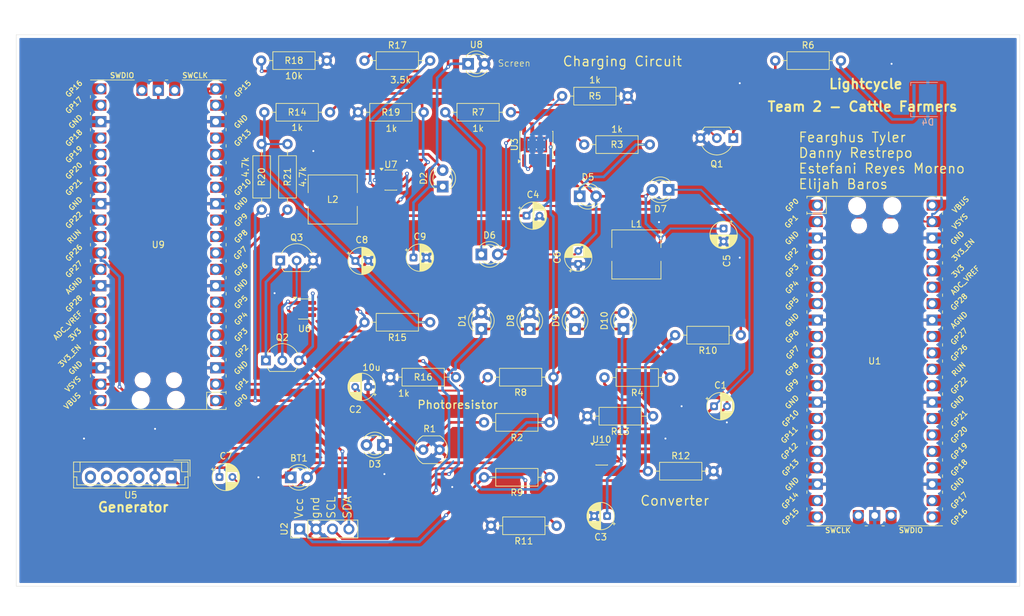
<source format=kicad_pcb>
(kicad_pcb (version 20241229) (generator "pcbnew") (generator_version "9.0")
  (title_block (title "PCB Layout For LightCycle") (date "2025-11-18") (rev "3") (company "LightCycle"))
  (layers (0 "F.Cu" signal) (2 "B.Cu" signal) (13 "F.Paste" user) (15 "B.Paste" user) (5 "F.SilkS" user "F.Silkscreen") (7 "B.SilkS" user "B.Silkscreen") (1 "F.Mask" user) (3 "B.Mask" user) (25 "Edge.Cuts" user))
  (net 0 "")
  (net 1 "3.7V")
  (net 2 "Net-(BT1--)")
  (net 3 "Net-(D2-A)")
  (net 4 "GND")
  (net 5 "Net-(U3-~{STDBY})")
  (net 6 "Net-(U3-~{CHRG})")
  (net 7 "Net-(U3-PROG)")
  (net 8 "/5V")
  (net 9 "Net-(D3-A)")
  (net 10 "Net-(D4-K)")
  (net 11 "Net-(D5-K)")
  (net 12 "/V_charge")
  (net 13 "Net-(D6-K)")
  (net 14 "/GPIO26")
  (net 15 "Net-(U7-FB)")
  (net 16 "/GPIO0")
  (net 17 "/GPIO1")
  (net 19 "Net-(U4-EN)")
  (net 20 "Net-(Q3-G)")
  (net 21 "Net-(U6-CS)")
  (net 22 "Net-(U6-VCC)")
  (net 23 "Net-(Q2-G)")
  (net 26 "Net-(U7-EN)")
  (net 27 "/GPIO15")
  (net 28 "Net-(Q1-D)")
  (net 29 "Net-(Q2-D)")
  (net 94 "Net-(D10-K)")
  (net 95 "Net-(D1-K)")
  (net 156 "Net-(U2-Vcc)")
  (net 157 "Net-(D11-K)")
  (net 158 "Net-(D7-K)")
  (net 159 "Net-(U10-Vfb)")
  (footprint "Resistor_THT:R_Axial_DIN0207_L6.3mm_D2.5mm_P10.16mm_Horizontal" (layer "F.Cu") (at 143.08 132.5 180)
    (property "Reference" "R9")
    (property "Value" "1k")
  )
  (footprint "Capacitor_THT:CP_Radial_D4.0mm_P2.00mm" (layer "F.Cu") (at 170 94 -90)
    (property "Reference" "C5")
    (property "Value" "20u")
  )
  (footprint "Inductor_SMD:L_Wuerth_WE-PD-Typ-7345" (layer "F.Cu") (at 109.5 89.5 180)
    (property "Reference" "L2")
    (property "Value" "1n")
  )
  (footprint "Resistor_THT:R_Axial_DIN0207_L6.3mm_D2.5mm_P10.16mm_Horizontal" (layer "F.Cu") (at 178 68)
    (property "Reference" "R6")
    (property "Value" "1k")
  )
  (footprint "LED_THT:LED_D3.0mm_Clear" (layer "F.Cu") (at 103 132.5)
    (property "Reference" "BT1")
    (property "Value" "Battery_Cell")
  )
  (footprint "Resistor_THT:R_Axial_DIN0207_L6.3mm_D2.5mm_P10.16mm_Horizontal" (layer "F.Cu") (at 98.5 80.92 -90)
    (property "Reference" "R20")
    (property "Value" "4.7k")
  )
  (footprint "Resistor_THT:R_Axial_DIN0207_L6.3mm_D2.5mm_P10.16mm_Horizontal" (layer "F.Cu") (at 118.42 117)
    (property "Reference" "R16")
    (property "Value" "1k")
  )
  (footprint "LED_THT:LED_D3.0mm_Clear" (layer "F.Cu") (at 161.5 88 180)
    (property "Reference" "D7")
    (property "Value" "1N4148WT")
  )
  (footprint "Resistor_THT:R_Axial_DIN0207_L6.3mm_D2.5mm_P10.16mm_Horizontal" (layer "F.Cu") (at 143.08 124 180)
    (property "Reference" "R2")
    (property "Value" "10k")
  )
  (footprint "Resistor_THT:R_Axial_DIN0207_L6.3mm_D2.5mm_P10.16mm_Horizontal" (layer "F.Cu") (at 98.92 76)
    (property "Reference" "R14")
    (property "Value" "1k")
  )
  (footprint "MCU_RaspberryPi_and_Boards:RPi_Pico_SMD_TH" (layer "F.Cu") (at 193.39 114.51)
    (property "Reference" "U1")
    (property "Value" "Pico")
  )
  (footprint "Resistor_THT:R_Axial_DIN0207_L6.3mm_D2.5mm_P10.16mm_Horizontal" (layer "F.Cu") (at 123.58 76 180)
    (property "Reference" "R19")
    (property "Value" "1k")
  )
  (footprint "Package_TO_SOT_THT:TO-92L_Inline_Wide" (layer "F.Cu") (at 101.3775 98.95)
    (property "Reference" "Q3")
    (property "Value" "NMOS")
  )
  (footprint "Resistor_THT:R_Axial_DIN0207_L6.3mm_D2.5mm_P10.16mm_Horizontal" (layer "F.Cu") (at 172.66 110.5 180)
    (property "Reference" "R10")
    (property "Value" "52.3k")
  )
  (footprint "Resistor_THT:R_Axial_DIN0207_L6.3mm_D2.5mm_P10.16mm_Horizontal" (layer "F.Cu") (at 102.5 91.08 90)
    (property "Reference" "R21")
    (property "Value" "4.7k")
  )
  (footprint "Resistor_THT:R_Axial_DIN0207_L6.3mm_D2.5mm_P10.16mm_Horizontal" (layer "F.Cu") (at 158.2825 131.55)
    (property "Reference" "R12")
    (property "Value" "10k")
  )
  (footprint "Package_TO_SOT_SMD:SOT-23-6" (layer "F.Cu") (at 105.1375 106.45)
    (property "Reference" "U6")
    (property "Value" "DW01A")
  )
  (footprint "Package_TO_SOT_SMD:SOT-23-6" (layer "F.Cu") (at 151.1375 129.05)
    (property "Reference" "U10")
    (property "Value" "MCP16301x-xCH")
  )
  (footprint "LED_THT:LED_D3.0mm_Clear" (layer "F.Cu") (at 132.5 98)
    (property "Reference" "D6")
    (property "Value" "LED")
  )
  (footprint "LED_THT:LED_D3.0mm_Clear" (layer "F.Cu") (at 147 109.54 90)
    (property "Reference" "D9")
    (property "Value" "1N4148WT")
  )
  (footprint "Package_TO_SOT_SMD:SOT-23-6" (layer "F.Cu") (at 118.5 86.5)
    (property "Reference" "U7")
    (property "Value" "MT3608")
  )
  (footprint "Resistor_THT:R_Axial_DIN0207_L6.3mm_D2.5mm_P10.16mm_Horizontal" (layer "F.Cu") (at 158.58 81 180)
    (property "Reference" "R3")
    (property "Value" "1k")
  )
  (footprint "LED_THT:LED_D3.0mm_Clear" (layer "F.Cu") (at 126.524 87.50555 90)
    (property "Reference" "D2")
    (property "Value" "1N4148WT")
  )
  (footprint "Package_SO:SOIC-8-1EP_3.9x4.9mm_P1.27mm_EP2.41x3.3mm_ThermalVias" (layer "F.Cu") (at 141.0274 81 90)
    (property "Reference" "U3")
    (property "Value" "TP4056-42-ESOP8")
  )
  (footprint "Capacitor_THT:CP_Radial_D4.0mm_P2.00mm" (layer "F.Cu") (at 151.9726 138.5 180)
    (property "Reference" "C3")
    (property "Value" "100u")
  )
  (footprint "LED_THT:LED_D3.0mm_Clear" (layer "F.Cu") (at 132.5 109.54 90)
    (property "Reference" "D1")
    (property "Value" "1N4148WT")
  )
  (footprint "Resistor_THT:R_Axial_DIN0207_L6.3mm_D2.5mm_P10.16mm_Horizontal" (layer "F.Cu") (at 114.42 68)
    (property "Reference" "R17")
    (property "Value" "3.5k")
  )
  (footprint "OptoDevice:R_LDR_4.9x4.2mm_P2.54mm_Vertical" (layer "F.Cu") (at 123.4993 128.2334)
    (property "Reference" "R1")
    (property "Value" "R_Photo")
  )
  (footprint "LED_THT:LED_D3.0mm_Clear" (layer "F.Cu") (at 154.5 109.54 90)
    (property "Reference" "D10")
    (property "Value" "1N4148WT")
  )
  (footprint "Resistor_THT:R_Axial_DIN0207_L6.3mm_D2.5mm_P10.16mm_Horizontal" (layer "F.Cu") (at 126.92 76)
    (property "Reference" "R7")
    (property "Value" "1k")
  )
  (footprint "Capacitor_THT:CP_Radial_D4.0mm_P2.00mm" (layer "F.Cu") (at 91.969 132.45)
    (property "Reference" "C7")
    (property "Value" "0.1u")
  )
  (footprint "Resistor_THT:R_Axial_DIN0207_L6.3mm_D2.5mm_P10.16mm_Horizontal" (layer "F.Cu") (at 145 73.5)
    (property "Reference" "R5")
    (property "Value" "1k")
  )
  (footprint "LED_THT:LED_D3.0mm_Clear" (layer "F.Cu") (at 130.46 68.5)
    (property "Reference" "U8")
    (property "Value" "~")
  )
  (footprint "Package_TO_SOT_THT:TO-92L_Inline_Wide" (layer "F.Cu") (at 171.5 80 180)
    (property "Reference" "Q1")
    (property "Value" "NMOS")
  )
  (footprint "Resistor_THT:R_Axial_DIN0207_L6.3mm_D2.5mm_P10.16mm_Horizontal" (layer "F.Cu") (at 143.66 117 180)
    (property "Reference" "R8")
    (property "Value" "10k")
  )
  (footprint "Inductor_SMD:L_Wuerth_WE-PD-Typ-7345" (layer "F.Cu") (at 156.5 98)
    (property "Reference" "L1")
    (property "Value" "22u")
  )
  (footprint "Resistor_THT:R_Axial_DIN0207_L6.3mm_D2.5mm_P10.16mm_Horizontal" (layer "F.Cu") (at 159.08 123.04 180)
    (property "Reference" "R13")
    (property "Value" "1k")
  )
  (footprint "Capacitor_THT:CP_Radial_D4.0mm_P2.00mm" (layer "F.Cu") (at 122 98.5)
    (property "Reference" "C9")
    (property "Value" "100u")
  )
  (footprint "Package_TO_SOT_THT:TO-92L_Inline_Wide" (layer "F.Cu") (at 99.1571 114.41)
    (property "Reference" "Q2")
    (property "Value" "NMOS")
  )
  (footprint "Connector_PinHeader_2.54mm:PinHeader_1x04_P2.54mm_Vertical" (layer "F.Cu") (at 104.38 140.5 90)
    (property "Reference" "U2")
    (property "Value" "~")
  )
  (footprint "Resistor_THT:R_Axial_DIN0207_L6.3mm_D2.5mm_P10.16mm_Horizontal" (layer "F.Cu") (at 98.42 68)
    (property "Reference" "R18")
    (property "Value" "10k")
  )
  (footprint "LED_THT:LED_D3.0mm_Clear" (layer "F.Cu") (at 117.27 127.5 180)
    (property "Reference" "D3")
    (property "Value" "LED")
  )
  (footprint "Capacitor_THT:CP_Radial_D4.0mm_P2.00mm" (layer "F.Cu") (at 113 99)
    (property "Reference" "C8")
    (property "Value" "100u")
  )
  (footprint "Resistor_THT:R_Axial_DIN0207_L6.3mm_D2.5mm_P10.16mm_Horizontal" (layer "F.Cu") (at 144.16 140 180)
    (property "Reference" "R11")
    (property "Value" "1k")
  )
  (footprint "Capacitor_THT:CP_Radial_D4.0mm_P2.00mm" (layer "F.Cu") (at 147.5 99.4726 90)
    (property "Reference" "C6")
    (property "Value" "100u")
  )
  (footprint "Capacitor_THT:CP_Radial_D4.0mm_P2.00mm" (layer "F.Cu") (at 168.527401 121.5)
    (property "Reference" "C1")
    (property "Value" "100n")
  )
  (footprint "Connector_JST:JST_EH_B6B-EH-A_1x06_P2.50mm_Vertical" (layer "F.Cu") (at 84.5 132.45 180)
    (property "Reference" "U5")
    (property "Value" "~")
  )
  (footprint "Capacitor_THT:CP_Radial_D4.0mm_P2.00mm" (layer "F.Cu") (at 114.9726 118.5 180)
    (property "Reference" "C2")
    (property "Value" "10u")
  )
  (footprint "Resistor_THT:R_Axial_DIN0207_L6.3mm_D2.5mm_P10.16mm_Horizontal" (layer "F.Cu") (at 124.58 108.5 180)
    (property "Reference" "R15")
    (property "Value" "100R")
  )
  (footprint "LED_THT:LED_D3.0mm_Clear" (layer "F.Cu") (at 147.73 89)
    (property "Reference" "D5")
    (property "Value" "LED")
  )
  (footprint "Resistor_THT:R_Axial_DIN0207_L6.3mm_D2.5mm_P10.16mm_Horizontal" (layer "F.Cu") (at 161.7175 117.05 180)
    (property "Reference" "R4")
    (property "Value" "1k")
  )
  (footprint "LED_THT:LED_D3.0mm_Clear" (layer "F.Cu") (at 140 109.54 90)
    (property "Reference" "D8")
    (property "Value" "1N4148WT")
  )
  (footprint "Capacitor_THT:CP_Radial_D4.0mm_P2.00mm" (layer "F.Cu") (at 139.5 92)
    (property "Reference" "C4")
    (property "Value" "10u")
  )
  (footprint "MCU_RaspberryPi_and_Boards:RPi_Pico_SMD_TH" (layer "F.Cu") (at 82.5 96.5 180)
    (property "Reference" "U9")
    (property "Value" "Pico")
  )
  (footprint "LED_SMD:LED_Cree-XHP50_3V_HighDensity" (layer "B.Cu") (at 201.61 74.025)
    (property "Reference" "D4")
    (property "Value" "LED_Cree_XHP50_3V_HighDensity")
  )
  (gr_rect (start 61.75 65) (end 214.25 144.5) (stroke (width 0.2)) (fill no) (layer "F.Cu"))
  (gr_rect (start 60.5 64) (end 215.855741 149.355741) (stroke (width 0.05)) (fill no) (layer "Edge.Cuts"))
  (gr_text "1k" (at 132 78.5 0) (layer "F.SilkS") (effects (font (size 1 1))))
  (gr_text "Fearghus Tyler\nDanny Restrepo\nEstefani Reyes Moreno\nElijah Baros" (at 181.5 88 0) (layer "F.SilkS") (effects (font (size 1.5 1.5) (thickness 0.1875)) (justify left bottom)))
  (gr_text "Lightcycle" (at 192 72.5 0) (layer "F.SilkS") (effects (font (size 1.5 1.5) (thickness 0.3) (bold yes)) (justify bottom)))
  (gr_text "Team 2 - Cattle Farmers" (at 191.5 76 0) (layer "F.SilkS") (effects (font (size 1.5 1.5) (thickness 0.3) (bold yes)) (justify bottom)))
  (gr_text "Charging Circuit" (at 145 69 0) (layer "F.SilkS") (effects (font (size 1.5 1.5) (thickness 0.1875)) (justify left bottom)))
  (gr_text "SDA" (at 112.5 139 90) (layer "F.SilkS") (effects (font (size 1.25 1.25)) (justify left bottom)))
  (gr_text "Generator" (at 73 138 0) (layer "F.SilkS") (effects (font (size 1.5 1.5) (thickness 0.3) (bold yes)) (justify left bottom)))
  (gr_text "Photoresistor" (at 122.5 122 0) (layer "F.SilkS") (effects (font (size 1.25 1.25) (thickness 0.1875)) (justify left bottom)))
  (gr_text "Converter" (at 157 137 0) (layer "F.SilkS") (effects (font (size 1.5 1.5) (thickness 0.1875)) (justify left bottom)))
  (gr_text "Screen" (at 135 69 0) (layer "F.SilkS") (effects (font (size 1 1) (thickness 0.1)) (justify left bottom)))
  (gr_text "1k" (at 150.08 71 0) (layer "F.SilkS") (effects (font (size 1 1))))
  (gr_text "Vcc" (at 105 139 90) (layer "F.SilkS") (effects (font (size 1.25 1.25)) (justify left bottom)))
  (gr_text "SCL" (at 110 139 90) (layer "F.SilkS") (effects (font (size 1.25 1.25)) (justify left bottom)))
  (gr_text "gnd" (at 107.5 139 90) (layer "F.SilkS") (effects (font (size 1.25 1.25)) (justify left bottom)))
  (segment (start 76.5 123.5) (end 81.5 128.5) (width 0.4) (layer "F.Cu") (net 1))
  (segment (start 142.98 78.5725) (end 142.932 78.525) (width 0.3) (layer "F.Cu") (net 1))
  (segment (start 101.748 132.5) (end 103.994 130.255) (width 0.4) (layer "F.Cu") (net 1))
  (segment (start 202.28 92.92) (end 201.078 92.92) (width 0.3) (layer "F.Cu") (net 1))
  (segment (start 118.75 90.75) (end 118.75 91.25) (width 0.4) (layer "F.Cu") (net 1))
  (segment (start 103 132.5) (end 101.748 132.5) (width 0.4) (layer "F.Cu") (net 1))
  (segment (start 117 89.5) (end 118.75 91.25) (width 0.4) (layer "F.Cu") (net 1))
  (segment (start 143.242 78.8345) (end 143.242 81.3977) (width 0.3) (layer "F.Cu") (net 1))
  (segment (start 76.5 119.5) (end 76.5 123.5) (width 0.4) (layer "F.Cu") (net 1))
  (segment (start 120 92) (end 113 99) (width 0.4) (layer "F.Cu") (net 1))
  (segment (start 120 92) (end 139.5 92) (width 0.4) (layer "F.Cu") (net 1))
  (segment (start 103.994 130.255) (end 140.835 130.255) (width 0.4) (layer "F.Cu") (net 1))
  (segment (start 140.835 130.255) (end 143.08 132.5) (width 0.3) (layer "F.Cu") (net 1))
  (segment (start 75.09 118.09) (end 76.5 119.5) (width 0.4) (layer "F.Cu") (net 1))
  (segment (start 142.9324 78.525) (end 142.9325 78.525) (width 0.3) (layer "F.Cu") (net 1))
  (segment (start 161.718 117.05) (end 161.7178 117.0497) (width 0.3) (layer "F.Cu") (net 1))
  (segment (start 145.16 115.5) (end 143.66 117) (width 0.4) (layer "F.Cu") (net 1))
  (segment (start 144.5219 91.0219) (end 144 90.5) (width 0.4) (layer "F.Cu") (net 1))
  (segment (start 85.5 128.5) (end 88.009 131.009) (width 0.4) (layer "F.Cu") (net 1))
  (segment (start 161.7175 117.05) (end 161.7178 117.0497) (width 0.3) (layer "F.Cu") (net 1))
  (segment (start 100.258 131.009) (end 101.748 132.5) (width 0.4) (layer "F.Cu") (net 1))
  (segment (start 187.715 91.6825) (end 181.805 91.6825) (width 0.3) (layer "F.Cu") (net 1))
  (segment (start 200.439 92.281) (end 188.314 92.281) (width 0.3) (layer "F.Cu") (net 1))
  (segment (start 121 85.799999) (end 121 85.5) (width 0.3) (layer "F.Cu") (net 1))
  (segment (start 188.314 92.281) (end 187.715 91.6825) (width 0.3) (layer "F.Cu") (net 1))
  (segment (start 118.75 91.25) (end 119.5 92) (width 0.4) (layer "F.Cu") (net 1))
  (segment (start 120 89.5) (end 118.75 90.75) (width 0.4) (layer "F.Cu") (net 1))
  (segment (start 142.932 78.525) (end 142.98 78.5728) (width 0.3) (layer "F.Cu") (net 1))
  (segment (start 142.9325 78.525) (end 142.98 78.5725) (width 0.3) (layer "F.Cu") (net 1))
  (segment (start 112.5 89.5) (end 116.71 89.5) (width 0.4) (layer "F.Cu") (net 1))
  (segment (start 81.5 128.5) (end 85.5 128.5) (width 0.4) (layer "F.Cu") (net 1))
  (segment (start 119.5 92) (end 120 92) (width 0.4) (layer "F.Cu") (net 1))
  (segment (start 119.136 86.5) (end 119.6375 86.5) (width 0.3) (layer "F.Cu") (net 1))
  (segment (start 160.1681 115.5) (end 145.16 115.5) (width 0.4) (layer "F.Cu") (net 1))
  (segment (start 161.7178 117.0497) (end 160.1681 115.5) (width 0.4) (layer "F.Cu") (net 1))
  (segment (start 142.98 78.5728) (end 143.242 78.8345) (width 0.3) (layer "F.Cu") (net 1))
  (segment (start 119.6375 86.5) (end 119.638 86.5) (width 0.3) (layer "F.Cu") (net 1))
  (segment (start 73.61 118.09) (end 75.09 118.09) (width 0.4) (layer "F.Cu") (net 1))
  (segment (start 88.009 131.009) (end 100.258 131.009) (width 0.4) (layer "F.Cu") (net 1))
  (segment (start 141 90.5) (end 139.5 92) (width 0.3) (layer "F.Cu") (net 1))
  (segment (start 181.144 91.0219) (end 144.5219 91.0219) (width 0.4) (layer "F.Cu") (net 1))
  (segment (start 201.078 92.92) (end 200.439 92.281) (width 0.3) (layer "F.Cu") (net 1))
  (segment (start 116.71 89.5) (end 117 89.5) (width 0.4) (layer "F.Cu") (net 1))
  (segment (start 120.299999 86.5) (end 121 85.799999) (width 0.4) (layer "F.Cu") (net 1))
  (segment (start 144 90.5) (end 141 90.5) (width 0.3) (layer "F.Cu") (net 1))
  (segment (start 142.98 78.5725) (end 142.98 78.5728) (width 0.3) (layer "F.Cu") (net 1))
  (segment (start 181.805 91.6825) (end 181.144 91.0219) (width 0.3) (layer "F.Cu") (net 1))
  (segment (start 119.6375 86.5) (end 120.299999 86.5) (width 0.3) (layer "F.Cu") (net 1))
  (via (at 120 89.5) (size 0.6) (drill 0.3) (layers "F.Cu" "B.Cu") (net 1))
  (via (at 143.242 81.3977) (size 0.6) (drill 0.3) (layers "F.Cu" "B.Cu") (net 1))
  (via (at 121 85.5) (size 0.6) (drill 0.3) (layers "F.Cu" "B.Cu") (net 1))
  (segment (start 131.5 133.344615) (end 132.523799 134.368414) (width 0.4) (layer "B.Cu") (net 1))
  (segment (start 143.66 92.16) (end 143.66 117) (width 0.4) (layer "B.Cu") (net 1))
  (segment (start 202.28 91.7183) (end 202.641 91.7183) (width 0.3) (layer "B.Cu") (net 1))
  (segment (start 121 88.5) (end 120 89.5) (width 0.4) (layer "B.Cu") (net 1))
  (segment (start 203.75 90.6095) (end 203.75 74.025) (width 0.4) (layer "B.Cu") (net 1))
  (segment (start 143.08 124) (end 139.5 124) (width 0.4) (layer "B.Cu") (net 1))
  (segment (start 143.66 123.42) (end 143.66 117) (width 0.4) (layer "B.Cu") (net 1))
  (segment (start 143.242 91.742) (end 143.66 92.16) (width 0.4) (layer "B.Cu") (net 1))
  (segment (start 142.242 90.5) (end 143.242 89.5) (width 0.4) (layer "B.Cu") (net 1))
  (segment (start 141.211586 134.368414) (end 143.08 132.5) (width 0.4) (layer "B.Cu") (net 1))
  (segment (start 141 90.5) (end 142.242 90.5) (width 0.4) (layer "B.Cu") (net 1))
  (segment (start 202.28 92.92) (end 202.28 91.7183) (width 0.3) (layer "B.Cu") (net 1))
  (segment (start 98.92 80) (end 98.92 80.5) (width 0.4) (layer "B.Cu") (net 1))
  (segment (start 139.5 124) (end 131.5 132) (width 0.4) (layer "B.Cu") (net 1))
  (segment (start 98.92 84.92) (end 113 99) (width 0.4) (layer "B.Cu") (net 1))
  (segment (start 98.92 76) (end 98.92 80) (width 0.4) (layer "B.Cu") (net 1))
  (segment (start 143.242 89.5) (end 143.242 91.742) (width 0.4) (layer "B.Cu") (net 1))
  (segment (start 124.58 108.5) (end 122.5 108.5) (width 0.4) (layer "B.Cu") (net 1))
  (segment (start 143.08 124) (end 143.66 123.42) (width 0.3) (layer "B.Cu") (net 1))
  (segment (start 202.641 91.7183) (end 203.75 90.6095) (width 0.3) (layer "B.Cu") (net 1))
  (segment (start 122.5 108.5) (end 113 99) (width 0.4) (layer "B.Cu") (net 1))
  (segment (start 102.5 80.92) (end 98.5 80.92) (width 0.3) (layer "B.Cu") (net 1))
  (segment (start 132.523799 134.368414) (end 141.211586 134.368414) (width 0.4) (layer "B.Cu") (net 1))
  (segment (start 98.92 80) (end 98.92 84.92) (width 0.4) (layer "B.Cu") (net 1))
  (segment (start 141 90.5) (end 139.5 92) (width 0.4) (layer "B.Cu") (net 1))
  (segment (start 131.5 132) (end 131.5 133.344615) (width 0.4) (layer "B.Cu") (net 1))
  (segment (start 143.242 81.3977) (end 143.242 89.5) (width 0.4) (layer "B.Cu") (net 1))
  (segment (start 121 85.5) (end 121 88.5) (width 0.4) (layer "B.Cu") (net 1))
  (segment (start 98.92 80.5) (end 98.5 80.92) (width 0.4) (layer "B.Cu") (net 1))
  (segment (start 105.54 132.5) (end 104.04 134) (width 0.4) (layer "F.Cu") (net 2))
  (segment (start 106.275 105.5) (end 106.413 105.362) (width 0.3) (layer "F.Cu") (net 2))
  (segment (start 104.2371 114.41) (end 104.67 114.41) (width 0.3) (layer "F.Cu") (net 2))
  (segment (start 104.67 114.41) (end 107.561 117.301) (width 0.4) (layer "F.Cu") (net 2))
  (segment (start 100.5 134) (end 100.253 133.753) (width 0.4) (layer "F.Cu") (net 2))
  (segment (start 100.253 133.753) (end 95.2721 133.753) (width 0.4) (layer "F.Cu") (net 2))
  (segment (start 106.413 105.362) (end 106.413 104.048) (width 0.3) (layer "F.Cu") (net 2))
  (segment (start 95.2721 133.753) (end 93.969 132.45) (width 0.3) (layer "F.Cu") (net 2))
  (segment (start 104.237 114.41) (end 104.2371 114.41) (width 0.3) (layer "F.Cu") (net 2))
  (segment (start 104.04 134) (end 100.5 134) (width 0.4) (layer "F.Cu") (net 2))
  (via (at 106.413 104.048) (size 0.6) (drill 0.3) (layers "F.Cu" "B.Cu") (net 2))
  (via (at 107.561 117.301) (size 0.6) (drill 0.3) (layers "F.Cu" "B.Cu") (net 2))
  (segment (start 107.561 117.301) (end 107.561 130.479) (width 0.4) (layer "B.Cu") (net 2))
  (segment (start 104.2371 114.4099) (end 104.2371 114.41) (width 0.3) (layer "B.Cu") (net 2))
  (segment (start 107.561 130.479) (end 107.541 130.479) (width 0.3) (layer "B.Cu") (net 2))
  (segment (start 106.413 112.234) (end 105.325 113.322) (width 0.4) (layer "B.Cu") (net 2))
  (segment (start 105.54 132.48) (end 105.54 132.5) (width 0.3) (layer "B.Cu") (net 2))
  (segment (start 107.541 130.479) (end 105.54 132.48) (width 0.4) (layer "B.Cu") (net 2))
  (segment (start 105.325 113.322) (end 104.781 113.866) (width 0.4) (layer "B.Cu") (net 2))
  (segment (start 104.781 113.866) (end 104.2371 114.4099) (width 0.3) (layer "B.Cu") (net 2))
  (segment (start 106.413 104.048) (end 106.413 112.234) (width 0.4) (layer "B.Cu") (net 2))
  (segment (start 106.5 88.2983) (end 109.248 85.55) (width 0.3) (layer "F.Cu") (net 3))
  (segment (start 117.3625 85.55) (end 117.362 85.55) (width 0.3) (layer "F.Cu") (net 3))
  (segment (start 106.5 89.5) (end 106.5 88.2983) (width 0.3) (layer "F.Cu") (net 3))
  (segment (start 124.27 82.5) (end 120.412 82.5) (width 0.4) (layer "F.Cu") (net 3))
  (segment (start 120.412 82.5) (end 117.362 85.55) (width 0.4) (layer "F.Cu") (net 3))
  (segment (start 109.248 85.55) (end 117.362 85.55) (width 0.3) (layer "F.Cu") (net 3))
  (segment (start 126.5 84.73) (end 124.27 82.5) (width 0.4) (layer "F.Cu") (net 3))
  (segment (start 116 86.5) (end 117.362 86.5) (width 0.4) (layer "F.Cu") (net 4))
  (segment (start 124.5415 143) (end 126.534 141.0075) (width 0.4) (layer "F.Cu") (net 4))
  (segment (start 147 124.96) (end 148.92 123.04) (width 0.4) (layer "F.Cu") (net 4))
  (segment (start 149.337501 129.05) (end 147 126.712499) (width 0.4) (layer "F.Cu") (net 4))
  (segment (start 150 129.05) (end 149.337501 129.05) (width 0.4) (layer "F.Cu") (net 4))
  (segment (start 134 140) (end 133 141) (width 0.4) (layer "F.Cu") (net 4))
  (segment (start 109.42 143) (end 124.5415 143) (width 0.4) (layer "F.Cu") (net 4))
  (segment (start 133 141) (end 126.534 141) (width 0.4) (layer "F.Cu") (net 4))
  (segment (start 147 126.712499) (end 147 124.96) (width 0.4) (layer "F.Cu") (net 4))
  (segment (start 106.92 140.5) (end 109.42 143) (width 0.4) (layer "F.Cu") (net 4))
  (via (at 163.5 121.5) (size 0.6) (drill 0.3) (layers "F.Cu" "B.Cu") (net 4))
  (via (at 100.5 104) (size 0.6) (drill 0.3) (layers "F.Cu" "B.Cu") (net 4))
  (via (at 82 125) (size 0.6) (drill 0.3) (layers "F.Cu" "B.Cu") (net 4))
  (via (at 170.5 124) (size 0.6) (drill 0.3) (layers "F.Cu" "B.Cu") (net 4))
  (via (at 121 83.5) (size 0.6) (drill 0.3) (layers "F.Cu" "B.Cu") (net 4))
  (via (at 116 86.5) (size 0.6) (drill 0.3) (layers "F.Cu" "B.Cu") (net 4))
  (via (at 161 126.5) (size 0.6) (drill 0.3) (layers "F.Cu" "B.Cu") (net 4))
  (via (at 117.5 132) (size 0.6) (drill 0.3) (layers "F.Cu" "B.Cu") (net 4))
  (via (at 172.5 71.5) (size 0.6) (drill 0.3) (layers "F.Cu" "B.Cu") (net 4))
  (via (at 106.5 82) (size 0.6) (drill 0.3) (layers "F.Cu" "B.Cu") (net 4))
  (via (at 196 68.5) (size 0.6) (drill 0.3) (layers "F.Cu" "B.Cu") (net 4))
  (via (at 172.5 98.5) (size 0.6) (drill 0.3) (layers "F.Cu" "B.Cu") (net 4))
  (via (at 99.5 92) (size 0.6) (drill 0.3) (layers "F.Cu" "B.Cu") (net 4))
  (via (at 128 134) (size 0.6) (drill 0.3) (layers "F.Cu" "B.Cu") (net 4))
  (via (at 160 93) (size 0.6) (drill 0.3) (layers "F.Cu" "B.Cu") (net 4))
  (via (at 71 126.5) (size 0.6) (drill 0.3) (layers "F.Cu" "B.Cu") (net 4))
  (via (at 98 132.5) (size 0.6) (drill 0.3) (layers "F.Cu" "B.Cu") (net 4))
  (segment (start 141.6624 78.525) (end 141.662 78.525) (width 0.3) (layer "F.Cu") (net 5))
  (segment (start 141.662 78.2968) (end 141.662 78.525) (width 0.3) (layer "F.Cu") (net 5))
  (segment (start 141.662 78.525) (end 141.662 78.2968) (width 0.3) (layer "F.Cu") (net 5))
  (segment (start 142.539 77.1923) (end 143.331 77.1923) (width 0.3) (layer "F.Cu") (net 5))
  (segment (start 143.331 77.1923) (end 143.333 77.1908) (width 0.3) (layer "F.Cu") (net 5))
  (segment (start 141.662 78.0686) (end 142.539 77.1923) (width 0.3) (layer "F.Cu") (net 5))
  (segment (start 143.333 77.1908) (end 144.611 77.1908) (width 0.3) (layer "F.Cu") (net 5))
  (segment (start 141.662 78.2968) (end 141.662 78.0686) (width 0.3) (layer "F.Cu") (net 5))
  (segment (start 144.611 77.1908) (end 148.42 81) (width 0.3) (layer "F.Cu") (net 5))
  (segment (start 140.392 78.525) (end 140.392 78.2771) (width 0.3) (layer "F.Cu") (net 6))
  (segment (start 140.3924 78.525) (end 140.392 78.525) (width 0.3) (layer "F.Cu") (net 6))
  (segment (start 140.392 78.0292) (end 138.363 76) (width 0.3) (layer "F.Cu") (net 6))
  (segment (start 140.392 78.2771) (end 140.392 78.0292) (width 0.3) (layer "F.Cu") (net 6))
  (segment (start 138.363 76) (end 137.08 76) (width 0.3) (layer "F.Cu") (net 6))
  (segment (start 140.392 78.2771) (end 140.392 78.525) (width 0.3) (layer "F.Cu") (net 6))
  (segment (start 140.3924 83.6363) (end 140.3924 83.475) (width 0.3) (layer "F.Cu") (net 7))
  (segment (start 140.392 83.7984) (end 140.392 84.1219) (width 0.3) (layer "F.Cu") (net 7))
  (segment (start 140.392 83.6367) (end 140.392 83.7984) (width 0.3) (layer "F.Cu") (net 7))
  (segment (start 140.392 84.1219) (end 139.724 84.79) (width 0.3) (layer "F.Cu") (net 7))
  (segment (start 140.392 83.6367) (end 140.3924 83.6363) (width 0.3) (layer "F.Cu") (net 7))
  (segment (start 140.392 83.7984) (end 140.392 83.6367) (width 0.3) (layer "F.Cu") (net 7))
  (via (at 139.724 84.79) (size 0.6) (drill 0.3) (layers "F.Cu" "B.Cu") (net 7))
  (segment (start 139.226 79.2743) (end 145 73.5) (width 0.3) (layer "B.Cu") (net 7))
  (segment (start 139.226 84.2914) (end 139.226 79.2743) (width 0.3) (layer "B.Cu") (net 7))
  (segment (start 139.724 84.79) (end 139.226 84.2914) (width 0.3) (layer "B.Cu") (net 7))
  (segment (start 126 66.5) (end 115.92 66.5) (width 0.4) (layer "F.Cu") (net 8))
  (segment (start 115.92 66.5) (end 114.42 68) (width 0.4) (layer "F.Cu") (net 8))
  (segment (start 127.353 67.853) (end 126 66.5) (width 0.4) (layer "F.Cu") (net 8))
  (segment (start 127.353 68.9695) (end 127.353 67.853) (width 0.4) (layer "F.Cu") (net 8))
  (via (at 127.353 68.9695) (size 0.6) (drill 0.3) (layers "F.Cu" "B.Cu") (net 8))
  (segment (start 125.248 84.1694) (end 124.46505 84.95235) (width 0.4) (layer "B.Cu") (net 8))
  (segment (start 125.652 70.6709) (end 125.652 83.766) (width 0.4) (layer "B.Cu") (net 8))
  (segment (start 126.524 87.50555) (end 124.46505 87.50555) (width 0.4) (layer "B.Cu") (net 8))
  (segment (start 127.353 68.9695) (end 125.652 70.6709) (width 0.4) (layer "B.Cu") (net 8))
  (segment (start 122 89.9706) (end 122 98.5) (width 0.4) (layer "B.Cu") (net 8))
  (segment (start 127.823 68.5) (end 127.353 68.9695) (width 0.4) (layer "B.Cu") (net 8))
  (segment (start 125.652 83.766) (end 125.248 84.1694) (width 0.4) (layer "B.Cu") (net 8))
  (segment (start 130.46 68.5) (end 127.823 68.5) (width 0.4) (layer "B.Cu") (net 8))
  (segment (start 124.46505 87.50555) (end 122 89.9706) (width 0.4) (layer "B.Cu") (net 8))
  (segment (start 124.46505 84.95235) (end 124.46505 87.50555) (width 0.4) (layer "B.Cu") (net 8))
  (segment (start 131.42 119.08) (end 133.5 117) (width 0.3) (layer "F.Cu") (net 9))
  (segment (start 123.15 119.08) (end 131.42 119.08) (width 0.3) (layer "F.Cu") (net 9))
  (segment (start 114.73 127.5) (end 123.15 119.08) (width 0.4) (layer "F.Cu") (net 9))
  (segment (start 188.08 69.08) (end 188.08 68) (width 0.4) (layer "B.Cu") (net 10))
  (segment (start 199.149 77.0876) (end 196.0876 77.0876) (width 0.4) (layer "B.Cu") (net 10))
  (segment (start 199.47 74.025) (end 199.47 76.7667) (width 0.4) (layer "B.Cu") (net 10))
  (segment (start 199.47 76.7667) (end 199.149 77.0876) (width 0.4) (layer "B.Cu") (net 10))
  (segment (start 196.0876 77.0876) (end 188.08 69.08) (width 0.4) (layer "B.Cu") (net 10))
  (segment (start 156.434 81) (end 151.434 86) (width 0.4) (layer "B.Cu") (net 11))
  (segment (start 149.5 86) (end 147.73 87.77) (width 0.4) (layer "B.Cu") (net 11))
  (segment (start 151.434 86) (end 149.5 86) (width 0.4) (layer "B.Cu") (net 11))
  (segment (start 147.73 87.77) (end 147.73 89) (width 0.4) (layer "B.Cu") (net 11))
  (segment (start 158.58 81) (end 156.434 81) (width 0.4) (layer "B.Cu") (net 11))
  (segment (start 159.5 98) (end 159.5 96.7983) (width 0.4) (layer "F.Cu") (net 12))
  (segment (start 172.66 108.16) (end 162.5 98) (width 0.4) (layer "F.Cu") (net 12))
  (segment (start 157.96 89) (end 158.96 88) (width 0.4) (layer "F.Cu") (net 12))
  (segment (start 172.66 110.5) (end 172.66 108.16) (width 0.4) (layer "F.Cu") (net 12))
  (segment (start 135.04 98) (end 146.973 98) (width 0.3) (layer "F.Cu") (net 12))
  (segment (start 146.973 98) (end 147.5 97.4726) (width 0.3) (layer "F.Cu") (net 12))
  (segment (start 150.27 89) (end 157.96 89) (width 0.4) (layer "F.Cu") (net 12))
  (segment (start 162.5 98) (end 159.5 98) (width 0.4) (layer "F.Cu") (net 12))
  (segment (start 159.5 96.7983) (end 160.261 96.0371) (width 0.4) (layer "F.Cu") (net 12))
  (segment (start 144.745 83.475) (end 150.27 89) (width 0.4) (layer "F.Cu") (net 12))
  (segment (start 139.122 78.525) (end 138.573 78.525) (width 0.3) (layer "F.Cu") (net 12))
  (segment (start 142.932 83.475) (end 142.9324 83.475) (width 0.3) (layer "F.Cu") (net 12))
  (segment (start 138.573 78.525) (end 136.328 80.7703) (width 0.3) (layer "F.Cu") (net 12))
  (segment (start 160.261 96.0371) (end 160.261 95.5213) (width 0.4) (layer "F.Cu") (net 12))
  (segment (start 142.9324 83.475) (end 144.745 83.475) (width 0.4) (layer "F.Cu") (net 12))
  (segment (start 139.1224 78.525) (end 139.122 78.525) (width 0.3) (layer "F.Cu") (net 12))
  (via (at 160.261 95.5213) (size 0.6) (drill 0.3) (layers "F.Cu" "B.Cu") (net 12))
  (via (at 136.328 80.7703) (size 0.6) (drill 0.3) (layers "F.Cu" "B.Cu") (net 12))
  (via (at 157.96 89) (size 0.6) (drill 0.3) (layers "F.Cu" "B.Cu") (net 12))
  (segment (start 136.328 80.7703) (end 136.328 96.7124) (width 0.3) (layer "B.Cu") (net 12))
  (segment (start 157.96 93.2203) (end 160.261 95.5213) (width 0.4) (layer "B.Cu") (net 12))
  (segment (start 150.27 94.7026) (end 150.27 89) (width 0.4) (layer "B.Cu") (net 12))
  (segment (start 157.96 89) (end 157.96 93.2203) (width 0.4) (layer "B.Cu") (net 12))
  (segment (start 161.7823 94) (end 170 94) (width 0.3) (layer "B.Cu") (net 12))
  (segment (start 147.5 97.4726) (end 150.27 94.7026) (width 0.4) (layer "B.Cu") (net 12))
  (segment (start 136.328 96.7124) (end 135.04 98) (width 0.3) (layer "B.Cu") (net 12))
  (segment (start 160.261 95.5213) (end 161.7823 94) (width 0.3) (layer "B.Cu") (net 12))
  (segment (start 132.5 81.58) (end 132.5 98) (width 0.3) (layer "B.Cu") (net 13))
  (segment (start 126.92 76) (end 132.5 81.58) (width 0.4) (layer "B.Cu") (net 13))
  (segment (start 123.499 128.2331) (end 123.499 128.233) (width 0.3) (layer "F.Cu") (net 14))
  (segment (start 127.733 124) (end 132.92 124) (width 0.4) (layer "F.Cu") (net 14))
  (segment (start 76.4976 118.5) (end 76.5 118.5) (width 0.4) (layer "F.Cu") (net 14))
  (segment (start 112.766 118.707) (end 112.9726 118.5004) (width 0.3) (layer "F.Cu") (net 14))
  (segment (start 123.4993 128.2334) (end 123.499 128.2331) (width 0.3) (layer "F.Cu") (net 14))
  (segment (start 112.9726 128.5274) (end 112.9726 118.5) (width 0.4) (layer "F.Cu") (net 14))
  (segment (start 78 120) (end 78 122.5) (width 0.4) (layer "F.Cu") (net 14))
  (segment (start 123.499 128.233) (end 127.733 124) (width 0.4) (layer "F.Cu") (net 14))
  (segment (start 112 129.5) (end 109 129.5) (width 0.4) (layer "F.Cu") (net 14))
  (segment (start 107.5 128) (end 109 129.5) (width 0.4) (layer "F.Cu") (net 14))
  (segment (start 88.5 128) (end 107.5 128) (width 0.4) (layer "F.Cu") (net 14))
  (segment (start 83 122.5) (end 88.5 128) (width 0.4) (layer "F.Cu") (net 14))
  (segment (start 112.9726 118.5004) (end 112.9726 118.5) (width 0.3) (layer "F.Cu") (net 14))
  (segment (start 78 122.5) (end 83 122.5) (width 0.4) (layer "F.Cu") (net 14))
  (segment (start 112 129.5) (end 112.9726 128.5274) (width 0.4) (layer "F.Cu") (net 14))
  (segment (start 76.5 118.5) (end 78 120) (width 0.4) (layer "F.Cu") (net 14))
  (via (at 76.4976 118.5) (size 0.6) (drill 0.3) (layers "F.Cu" "B.Cu") (net 14))
  (segment (start 74.072793 99.059) (end 73.9855 98.9717) (width 0.4) (layer "B.Cu") (net 14))
  (segment (start 122.706 128.233) (end 113.622 119.149) (width 0.4) (layer "B.Cu") (net 14))
  (segment (start 74.861 99.791818) (end 74.128182 99.059) (width 0.4) (layer "B.Cu") (net 14))
  (segment (start 113.2971 118.8245) (end 112.9726 118.5) (width 0.3) (layer "B.Cu") (net 14))
  (segment (start 123.499 128.2331) (end 123.499 128.233) (width 0.3) (layer "B.Cu") (net 14))
  (segment (start 74.861 99.84727) (end 74.861 99.791818) (width 0.4) (layer "B.Cu") (net 14))
  (segment (start 73.9855 98.9717) (end 73.61 98.9717) (width 0.4) (layer "B.Cu") (net 14))
  (segment (start 123.499 128.233) (end 122.706 128.233) (width 0.3) (layer "B.Cu") (net 14))
  (segment (start 76.4976 118.5) (end 76.4976 101.484) (width 0.4) (layer "B.Cu") (net 14))
  (segment (start 113.2975 118.8245) (end 113.2971 118.8245) (width 0.3) (layer "B.Cu") (net 14))
  (segment (start 74.128182 99.059) (end 74.072793 99.059) (width 0.4) (layer "B.Cu") (net 14))
  (segment (start 113.622 119.149) (end 113.2975 118.8245) (width 0.4) (layer "B.Cu") (net 14))
  (segment (start 73.61 98.9717) (end 73.61 97.77) (width 0.4) (layer "B.Cu") (net 14))
  (segment (start 76.4976 101.484) (end 74.861 99.84727) (width 0.4) (layer "B.Cu") (net 14))
  (segment (start 123.4993 128.2334) (end 123.499 128.2331) (width 0.3) (layer "B.Cu") (net 14))
  (segment (start 98.5113 69.6223) (end 122.958 69.6223) (width 0.4) (layer "F.Cu") (net 15))
  (segment (start 122.958 69.6223) (end 124.58 68) (width 0.4) (layer "F.Cu") (net 15))
  (segment (start 117.3625 87.45) (end 117.362 87.45) (width 0.3) (layer "F.Cu") (net 15))
  (segment (start 115.822 87.45) (end 117.362 87.45) (width 0.4) (layer "F.Cu") (net 15))
  (segment (start 115.295 86.9229) (end 115.822 87.45) (width 0.4) (layer "F.Cu") (net 15))
  (via (at 115.295 86.9229) (size 0.6) (drill 0.3) (layers "F.Cu" "B.Cu") (net 15))
  (via (at 98.5113 69.6223) (size 0.6) (drill 0.3) (layers "F.Cu" "B.Cu") (net 15))
  (segment (start 124.58 68) (end 115.295 77.2846) (width 0.4) (layer "B.Cu") (net 15))
  (segment (start 115.295 77.2846) (end 115.295 86.9229) (width 0.4) (layer "B.Cu") (net 15))
  (segment (start 98.5113 68.0913) (end 98.5113 69.6223) (width 0.4) (layer "B.Cu") (net 15))
  (segment (start 98.42 68) (end 98.5113 68.0913) (width 0.3) (layer "B.Cu") (net 15))
  (segment (start 91.39 120.63) (end 97.5 120.63) (width 0.4) (layer "F.Cu") (net 16))
  (segment (start 103.13 120.63) (end 111 128.5) (width 0.4) (layer "F.Cu") (net 16))
  (segment (start 97.5 120.63) (end 103.13 120.63) (width 0.4) (layer "F.Cu") (net 16))
  (via (at 111 128.5) (size 0.6) (drill 0.3) (layers "F.Cu" "B.Cu") (net 16))
  (via (at 97.5 120.63) (size 0.6) (drill 0.3) (layers "F.Cu" "B.Cu") (net 16))
  (segment (start 111 128.5) (end 111 137) (width 0.4) (layer "B.Cu") (net 16))
  (segment (start 97.5 92.08) (end 98.5 91.08) (width 0.4) (layer "B.Cu") (net 16))
  (segment (start 112 138) (end 112 140.5) (width 0.4) (layer "B.Cu") (net 16))
  (segment (start 97.5 120.63) (end 97.5 92.08) (width 0.4) (layer "B.Cu") (net 16))
  (segment (start 111 137) (end 112 138) (width 0.4) (layer "B.Cu") (net 16))
  (segment (start 91.39 118.09) (end 96.5 118.09) (width 0.4) (layer "F.Cu") (net 17))
  (segment (start 107.91 118.09) (end 108 118) (width 0.4) (layer "F.Cu") (net 17))
  (segment (start 125.5 134.5) (end 118 142) (width 0.4) (layer "F.Cu") (net 17))
  (segment (start 109.46 140.5) (end 110.96 142) (width 0.4) (layer "F.Cu") (net 17))
  (segment (start 96.5 118.09) (end 96.5 97.08) (width 0.4) (layer "F.Cu") (net 17))
  (segment (start 111.5 114.5) (end 123.5 114.5) (width 0.4) (layer "F.Cu") (net 17))
  (segment (start 96.5 97.08) (end 102.5 91.08) (width 0.4) (layer "F.Cu") (net 17))
  (segment (start 110.96 142) (end 112.42 142) (width 0.4) (layer "F.Cu") (net 17))
  (segment (start 96.5 118.09) (end 107.91 118.09) (width 0.4) (layer "F.Cu") (net 17))
  (segment (start 108 118) (end 111.5 114.5) (width 0.4) (layer "F.Cu") (net 17))
  (segment (start 118 142) (end 112.42 142) (width 0.4) (layer "F.Cu") (net 17))
  (via (at 125.5 134.5) (size 0.6) (drill 0.3) (layers "F.Cu" "B.Cu") (net 17))
  (via (at 123.5 114.5) (size 0.6) (drill 0.3) (layers "F.Cu" "B.Cu") (net 17))
  (segment (start 126.5 117.5) (end 126.5 119) (width 0.4) (layer "B.Cu") (net 17))
  (segment (start 127.5 129.5) (end 125.5 131.5) (width 0.4) (layer "B.Cu") (net 17))
  (segment (start 125.5 131.5) (end 125.5 134.5) (width 0.4) (layer "B.Cu") (net 17))
  (segment (start 127.5 120) (end 127.5 129.5) (width 0.4) (layer "B.Cu") (net 17))
  (segment (start 126.5 119) (end 127.5 120) (width 0.4) (layer "B.Cu") (net 17))
  (segment (start 123.5 114.5) (end 126.5 117.5) (width 0.4) (layer "B.Cu") (net 17))
  (segment (start 154 120.5) (end 151.558 118.058) (width 0.4) (layer "F.Cu") (net 19))
  (segment (start 151.5575 117.05) (end 151.558 117.05) (width 0.3) (layer "F.Cu") (net 19))
  (segment (start 156.54 120.5) (end 154 120.5) (width 0.4) (layer "F.Cu") (net 19))
  (segment (start 159.08 123.56) (end 159.08 123.04) (width 0.3) (layer "F.Cu") (net 19))
  (segment (start 151.558 118.058) (end 151.558 117.05) (width 0.4) (layer "F.Cu") (net 19))
  (segment (start 159.08 123.04) (end 156.54 120.5) (width 0.4) (layer "F.Cu") (net 19))
  (segment (start 102.631 106.299) (end 102.631 106.631) (width 0.4) (layer "F.Cu") (net 20))
  (segment (start 102.631 106.631) (end 103.4 107.4) (width 0.4) (layer "F.Cu") (net 20))
  (segment (start 104 107.4) (end 103.506 107.4) (width 0.4) (layer "F.Cu") (net 20))
  (segment (start 103.4 107.4) (end 104 107.4) (width 0.4) (layer "F.Cu") (net 20))
  (via (at 102.631 106.299) (size 0.6) (drill 0.3) (layers "F.Cu" "B.Cu") (net 20))
  (segment (start 103.9175 100.436) (end 103.9175 98.95) (width 0.3) (layer "B.Cu") (net 20))
  (segment (start 103.918 100.4365) (end 103.9175 100.436) (width 0.3) (layer "B.Cu") (net 20))
  (segment (start 103.918 101.923) (end 103.918 100.4365) (width 0.3) (layer "B.Cu") (net 20))
  (segment (start 102.631 106.299) (end 103.918 105.012) (width 0.3) (layer "B.Cu") (net 20))
  (segment (start 103.918 101.923) (end 103.918 100.4365) (width 0.3) (layer "B.Cu") (net 20))
  (segment (start 103.918 105.012) (end 103.918 101.923) (width 0.3) (layer "B.Cu") (net 20))
  (segment (start 122.349 110.769) (end 108.204 110.769) (width 0.4) (layer "F.Cu") (net 21))
  (segment (start 128.58 117) (end 122.349 110.769) (width 0.4) (layer "F.Cu") (net 21))
  (segment (start 108.204 110.769) (end 105.101 107.667) (width 0.4) (layer "F.Cu") (net 21))
  (segment (start 105.101 107.667) (end 105.101 107.05) (width 0.4) (layer "F.Cu") (net 21))
  (segment (start 105.101 107.05) (end 104.501 106.45) (width 0.4) (layer "F.Cu") (net 21))
  (segment (start 104.501 106.45) (end 104 106.45) (width 0.3) (layer "F.Cu") (net 21))
  (segment (start 113.756 106.872) (end 113.334 106.45) (width 0.4) (layer "F.Cu") (net 22))
  (segment (start 113.334 106.45) (end 106.275 106.45) (width 0.4) (layer "F.Cu") (net 22))
  (via (at 113.756 106.872) (size 0.6) (drill 0.3) (layers "F.Cu" "B.Cu") (net 22))
  (segment (start 91.969 130.951) (end 91.969 132.45) (width 0.3) (layer "B.Cu") (net 22))
  (segment (start 114.42 108.5) (end 91.969 130.951) (width 0.4) (layer "B.Cu") (net 22))
  (segment (start 114.42 107.536) (end 113.756 106.872) (width 0.4) (layer "B.Cu") (net 22))
  (segment (start 114.42 108.5) (end 114.42 107.536) (width 0.4) (layer "B.Cu") (net 22))
  (segment (start 104 105.5) (end 102.777 105.5) (width 0.4) (layer "F.Cu") (net 23))
  (segment (start 102.777 105.5) (end 102.573 105.296) (width 0.4) (layer "F.Cu") (net 23))
  (via (at 102.573 105.296) (size 0.6) (drill 0.3) (layers "F.Cu" "B.Cu") (net 23))
  (segment (start 101.697 110.5545) (end 101.697 114.41) (width 0.4) (layer "B.Cu") (net 23))
  (segment (start 101.697 106.172) (end 101.697 110.5545) (width 0.4) (layer "B.Cu") (net 23))
  (segment (start 102.573 105.296) (end 101.697 106.172) (width 0.4) (layer "B.Cu") (net 23))
  (segment (start 111.08 74) (end 109.08 76) (width 0.4) (layer "F.Cu") (net 26))
  (segment (start 123.335 74.8354) (end 122.4996 74) (width 0.4) (layer "F.Cu") (net 26))
  (segment (start 119.6375 87.45) (end 119.638 87.45) (width 0.3) (layer "F.Cu") (net 26))
  (segment (start 119.638 87.45) (end 120.503 87.45) (width 0.4) (layer "F.Cu") (net 26))
  (segment (start 123.335 74.8354) (end 123.335 75.755) (width 0.4) (layer "F.Cu") (net 26))
  (segment (start 122.4996 74) (end 111.08 74) (width 0.4) (layer "F.Cu") (net 26))
  (segment (start 120.503 87.45) (end 124.233 83.7205) (width 0.4) (layer "F.Cu") (net 26))
  (segment (start 123.335 75.755) (end 123.58 76) (width 0.4) (layer "F.Cu") (net 26))
  (via (at 124.233 83.7205) (size 0.6) (drill 0.3) (layers "F.Cu" "B.Cu") (net 26))
  (segment (start 123.5 76.08) (end 123.58 76) (width 0.4) (layer "B.Cu") (net 26))
  (segment (start 123.5 82.9875) (end 123.5 76.08) (width 0.4) (layer "B.Cu") (net 26))
  (segment (start 124.233 83.7205) (end 123.5 82.9875) (width 0.4) (layer "B.Cu") (net 26))
  (segment (start 135.93 73.0809) (end 137.699 74.8498) (width 0.3) (layer "F.Cu") (net 27))
  (segment (start 90.1883 72.37) (end 91.39 72.37) (width 0.4) (layer "F.Cu") (net 27))
  (segment (start 90.1883 73.0809) (end 90.1883 72.37) (width 0.4) (layer "F.Cu") (net 27))
  (segment (start 83.5 75) (end 88.2692 75) (width 0.4) (layer "F.Cu") (net 27))
  (segment (start 88.2692 75) (end 90.1883 73.0809) (width 0.4) (layer "F.Cu") (net 27))
  (segment (start 82.5 72.6) (end 82.5 74) (width 0.4) (layer "F.Cu") (net 27))
  (segment (start 163.81 74.8498) (end 163.81 74.85) (width 0.3) (layer "F.Cu") (net 27))
  (segment (start 82.5 74) (end 83.5 75) (width 0.4) (layer "F.Cu") (net 27))
  (segment (start 163.81 74.85) (end 168.96 80) (width 0.3) (layer "F.Cu") (net 27))
  (segment (start 137.699 74.8498) (end 163.81 74.8498) (width 0.3) (layer "F.Cu") (net 27))
  (segment (start 135.93 73.0809) (end 90.1883 73.0809) (width 0.4) (layer "F.Cu") (net 27))
  (segment (start 178 72.45) (end 178 68) (width 0.4) (layer "F.Cu") (net 28))
  (segment (start 171.5 80) (end 171.5 78.95) (width 0.4) (layer "F.Cu") (net 28))
  (segment (start 171.5 78.95) (end 178 72.45) (width 0.4) (layer "F.Cu") (net 28))
  (segment (start 101.378 99.501) (end 101.378 98.95) (width 0.3) (layer "B.Cu") (net 29))
  (segment (start 101.3775 98.95) (end 101.378 98.95) (width 0.3) (layer "B.Cu") (net 29))
  (segment (start 101.378 100.052) (end 99.1571 102.272) (width 0.4) (layer "B.Cu") (net 29))
  (segment (start 99.1571 102.272) (end 99.1571 114.41) (width 0.4) (layer "B.Cu") (net 29))
  (segment (start 101.378 99.501) (end 101.378 100.052) (width 0.3) (layer "B.Cu") (net 29))
  (segment (start 101.378 98.95) (end 101.378 99.501) (width 0.3) (layer "B.Cu") (net 29))
  (segment (start 153.217051 129.05) (end 154.167051 130) (width 0.4) (layer "F.Cu") (net 94))
  (segment (start 152.275 129.05) (end 153.217051 129.05) (width 0.4) (layer "F.Cu") (net 94))
  (segment (start 154.5 109.54) (end 147 109.54) (width 0.4) (layer "F.Cu") (net 94))
  (segment (start 152.275 130) (end 154.167051 130) (width 0.4) (layer "F.Cu") (net 94))
  (via (at 154.167051 130) (size 0.6) (drill 0.3) (layers "F.Cu" "B.Cu") (net 94))
  (segment (start 154.277 126.449636) (end 154.167051 126.559585) (width 0.4) (layer "B.Cu") (net 94))
  (segment (start 154.167051 127.482999) (end 154.167051 130) (width 0.4) (layer "B.Cu") (net 94))
  (segment (start 154.167051 130) (end 154.167051 130.533949) (width 0.4) (layer "B.Cu") (net 94))
  (segment (start 151.9726 135.6144) (end 151.9726 138.5) (width 0.4) (layer "B.Cu") (net 94))
  (segment (start 154.167051 126.559585) (end 154.167051 127.482999) (width 0.4) (layer "B.Cu") (net 94))
  (segment (start 154.277 111.015) (end 154.5 110.792) (width 0.4) (layer "B.Cu") (net 94))
  (segment (start 154.5 110.792) (end 154.5 109.54) (width 0.4) (layer "B.Cu") (net 94))
  (segment (start 151.973 135.614) (end 151.9726 135.6144) (width 0.3) (layer "B.Cu") (net 94))
  (segment (start 151.973 132.728) (end 151.973 135.614) (width 0.4) (layer "B.Cu") (net 94))
  (segment (start 154.277 126.449636) (end 154.277 111.015) (width 0.4) (layer "B.Cu") (net 94))
  (segment (start 154.167051 130.533949) (end 151.973 132.728) (width 0.4) (layer "B.Cu") (net 94))
  (segment (start 140 109.54) (end 141.252 109.54) (width 0.4) (layer "F.Cu") (net 95))
  (segment (start 140 109.54) (end 132.5 109.54) (width 0.4) (layer "F.Cu") (net 95))
  (segment (start 87.0504 135) (end 86.3164 134.266) (width 0.4) (layer "F.Cu") (net 95))
  (segment (start 122.3885 135) (end 87.0504 135) (width 0.4) (layer "F.Cu") (net 95))
  (segment (start 141.252 109.54) (end 143.792 107) (width 0.4) (layer "F.Cu") (net 95))
  (segment (start 154.5 107) (end 147 107) (width 0.4) (layer "F.Cu") (net 95))
  (segment (start 143.792 107) (end 147 107) (width 0.4) (layer "F.Cu") (net 95))
  (segment (start 127.5 132) (end 125.3885 132) (width 0.4) (layer "F.Cu") (net 95))
  (segment (start 125.3885 132) (end 122.3885 135) (width 0.4) (layer "F.Cu") (net 95))
  (segment (start 86.3164 134.266) (end 84.5 132.45) (width 0.4) (layer "F.Cu") (net 95))
  (via (at 127.5 132) (size 0.6) (drill 0.3) (layers "F.Cu" "B.Cu") (net 95))
  (segment (start 127.379 116.502529) (end 128.082529 115.799) (width 0.4) (layer "B.Cu") (net 95))
  (segment (start 128.5 114.792) (end 132.5 110.792) (width 0.4) (layer "B.Cu") (net 95))
  (segment (start 128.5 115.799) (end 128.5 114.792) (width 0.4) (layer "B.Cu") (net 95))
  (segment (start 127.5 132) (end 129 130.5) (width 0.4) (layer "B.Cu") (net 95))
  (segment (start 128.082529 118.201) (end 127.379 117.497471) (width 0.4) (layer "B.Cu") (net 95))
  (segment (start 129 119.118471) (end 128.082529 118.201) (width 0.4) (layer "B.Cu") (net 95))
  (segment (start 128.082529 115.799) (end 128.5 115.799) (width 0.4) (layer "B.Cu") (net 95))
  (segment (start 132.5 110.792) (end 132.5 109.54) (width 0.4) (layer "B.Cu") (net 95))
  (segment (start 129 130.5) (end 129 119.118471) (width 0.4) (layer "B.Cu") (net 95))
  (segment (start 127.379 117.497471) (end 127.379 116.502529) (width 0.4) (layer "B.Cu") (net 95))
  (segment (start 139.319 135.159) (end 139.319 132.952) (width 0.4) (layer "F.Cu") (net 156))
  (segment (start 144.16 140) (end 139.319 135.159) (width 0.4) (layer "F.Cu") (net 156))
  (segment (start 132.92 132.5) (end 127.064 138.356) (width 0.4) (layer "F.Cu") (net 156))
  (via (at 139.319 132.952) (size 0.6) (drill 0.3) (layers "F.Cu" "B.Cu") (net 156))
  (via (at 127.064 138.356) (size 0.6) (drill 0.3) (layers "F.Cu" "B.Cu") (net 156))
  (segment (start 132.92 132.5) (end 138.867 132.5) (width 0.4) (layer "B.Cu") (net 156))
  (segment (start 138.867 132.5) (end 139.319 132.952) (width 0.4) (layer "B.Cu") (net 156))
  (segment (start 122.92 142.5) (end 106.38 142.5) (width 0.4) (layer "B.Cu") (net 156))
  (segment (start 127.064 138.356) (end 122.92 142.5) (width 0.4) (layer "B.Cu") (net 156))
  (segment (start 106.38 142.5) (end 104.38 140.5) (width 0.4) (layer "B.Cu") (net 156))
  (segment (start 167.5 117) (end 170.527401 120.027401) (width 0.4) (layer "F.Cu") (net 157))
  (segment (start 164.5 127.5) (end 169 123) (width 0.4) (layer "F.Cu") (net 157))
  (segment (start 170.527401 120.027401) (end 170.527401 121.5) (width 0.4) (layer "F.Cu") (net 157))
  (segment (start 169.027401 123) (end 170.527401 121.5) (width 0.4) (layer "F.Cu") (net 157))
  (segment (start 153.5 101.5) (end 159.5 107.5) (width 0.4) (layer "F.Cu") (net 157))
  (segment (start 169 123) (end 169.027401 123) (width 0.3) (layer "F.Cu") (net 157))
  (segment (start 159.5 107.5) (end 159.5 112) (width 0.4) (layer "F.Cu") (net 157))
  (segment (start 161.4 128.1) (end 162 127.5) (width 0.4) (layer "F.Cu") (net 157))
  (segment (start 164.5 117) (end 167.5 117) (width 0.4) (layer "F.Cu") (net 157))
  (segment (start 159.5 112) (end 164.5 117) (width 0.4) (layer "F.Cu") (net 157))
  (segment (start 152.275 128.1) (end 161.4 128.1) (width 0.4) (layer "F.Cu") (net 157))
  (segment (start 162 127.5) (end 164.5 127.5) (width 0.4) (layer "F.Cu") (net 157))
  (segment (start 153.5 98) (end 153.5 101.5) (width 0.4) (layer "F.Cu") (net 157))
  (segment (start 150 128.1) (end 148.5 126.6) (width 0.4) (layer "F.Cu") (net 158))
  (segment (start 149 125) (end 165.027401 125) (width 0.4) (layer "F.Cu") (net 158))
  (segment (start 148.5 126.6) (end 148.5 125.5) (width 0.4) (layer "F.Cu") (net 158))
  (segment (start 165.027401 125) (end 168.527401 121.5) (width 0.4) (layer "F.Cu") (net 158))
  (segment (start 148.5 125.5) (end 149 125) (width 0.4) (layer "F.Cu") (net 158))
  (segment (start 166.5 88) (end 161.5 88) (width 0.3) (layer "B.Cu") (net 158))
  (segment (start 174 95.5) (end 166.5 88) (width 0.3) (layer "B.Cu") (net 158))
  (segment (start 168.527401 121.5) (end 174 116.027401) (width 0.3) (layer "B.Cu") (net 158))
  (segment (start 174 116.027401) (end 174 95.5) (width 0.3) (layer "B.Cu") (net 158))
  (segment (start 150 130) (end 149 131) (width 0.4) (layer "F.Cu") (net 159))
  (segment (start 149.5 133) (end 155.5 133) (width 0.4) (layer "F.Cu") (net 159))
  (segment (start 155.5 133) (end 156.95 131.55) (width 0.4) (layer "F.Cu") (net 159))
  (segment (start 156.95 131.55) (end 158.2825 131.55) (width 0.4) (layer "F.Cu") (net 159))
  (segment (start 149 132.5) (end 149.5 133) (width 0.4) (layer "F.Cu") (net 159))
  (segment (start 149 131) (end 149 132.5) (width 0.4) (layer "F.Cu") (net 159))
  (segment (start 157.879 123.537471) (end 157.879 122.542529) (width 0.4) (layer "B.Cu") (net 159))
  (segment (start 157.908 122.513529) (end 157.908 115.092) (width 0.4) (layer "B.Cu") (net 159))
  (segment (start 157.879 122.542529) (end 157.908 122.513529) (width 0.4) (layer "B.Cu") (net 159))
  (segment (start 157.908 131.1755) (end 157.908 127.5) (width 0.4) (layer "B.Cu") (net 159))
  (segment (start 158.2825 131.55) (end 157.908 131.1755) (width 0.4) (layer "B.Cu") (net 159))
  (segment (start 157.908 123.566471) (end 157.879 123.537471) (width 0.4) (layer "B.Cu") (net 159))
  (segment (start 157.908 127.5) (end 157.908 123.566471) (width 0.4) (layer "B.Cu") (net 159))
  (segment (start 157.908 115.092) (end 162.5 110.5) (width 0.4) (layer "B.Cu") (net 159))
  (zone (net 4) (net_name "GND") (layers "F.Cu" "B.Cu") (connect_pads (clearance 0.5)) (min_thickness 0.25) (fill yes (thermal_gap 0.5) (thermal_bridge_width 0.5))
    (polygon (pts (xy 216.5 152) (xy 216 59.5) (xy 58.621506 58.621506) (xy 58 154)))
  )
)
</source>
